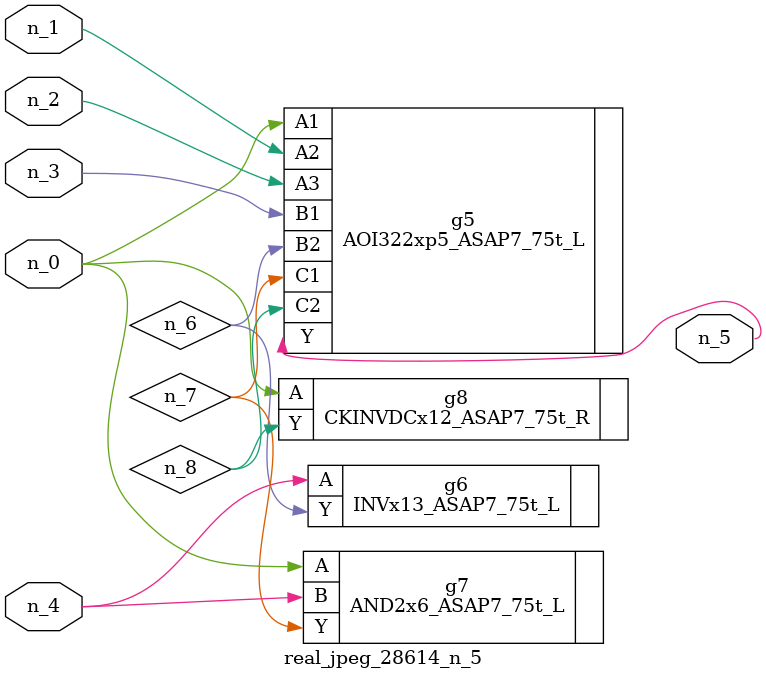
<source format=v>
module real_jpeg_28614_n_5 (n_4, n_0, n_1, n_2, n_3, n_5);

input n_4;
input n_0;
input n_1;
input n_2;
input n_3;

output n_5;

wire n_8;
wire n_6;
wire n_7;

AOI322xp5_ASAP7_75t_L g5 ( 
.A1(n_0),
.A2(n_1),
.A3(n_2),
.B1(n_3),
.B2(n_6),
.C1(n_7),
.C2(n_8),
.Y(n_5)
);

AND2x6_ASAP7_75t_L g7 ( 
.A(n_0),
.B(n_4),
.Y(n_7)
);

CKINVDCx12_ASAP7_75t_R g8 ( 
.A(n_0),
.Y(n_8)
);

INVx13_ASAP7_75t_L g6 ( 
.A(n_4),
.Y(n_6)
);


endmodule
</source>
